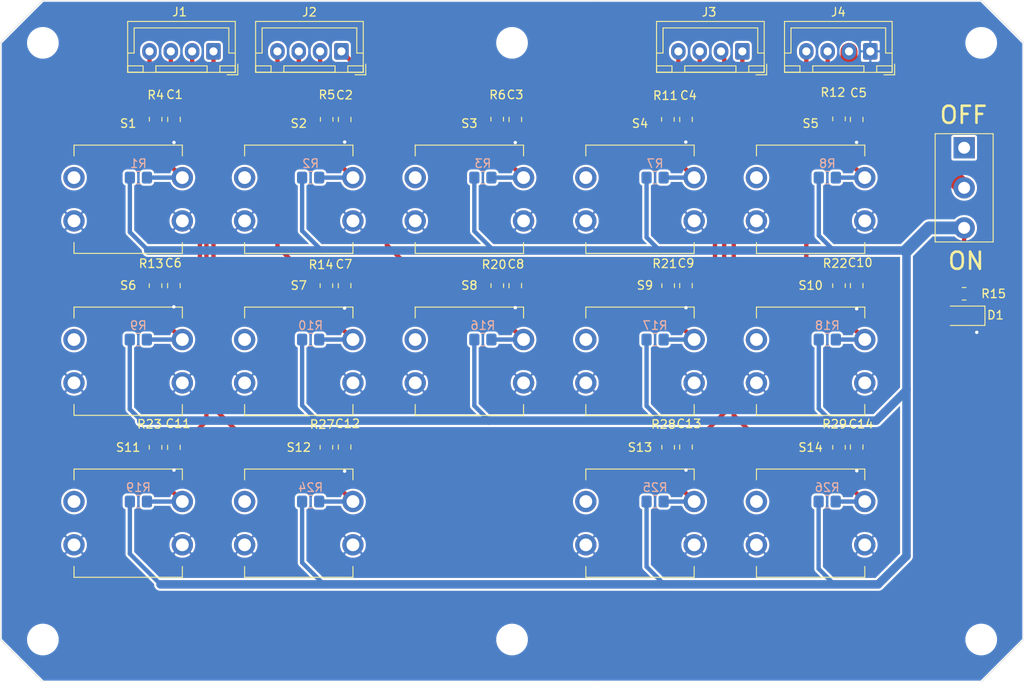
<source format=kicad_pcb>
(kicad_pcb (version 20171130) (host pcbnew "(5.1.8)-1")
  (layers (0 F.Cu signal) (31 B.Cu signal) (34 B.Paste user) (35 F.Paste user) (36 B.SilkS user) (37 F.SilkS user) (38 B.Mask user) (39 F.Mask user) (44 Edge.Cuts user))
  (net 0 "")
  (net 1 GND)
  (net 2 /D13)
  (net 3 "Net-(D1-Pad2)")
  (net 4 /D12)
  (net 5 /D11)
  (net 6 /D10)
  (net 7 /D9)
  (net 8 /D6)
  (net 9 /D5)
  (net 10 /D2)
  (net 11 /A5)
  (net 12 /A4)
  (net 13 /A3)
  (net 14 /A2)
  (net 15 /A1)
  (net 16 /A0)
  (net 17 "Net-(J4-Pad2)")
  (net 18 +3V3)
  (net 19 "Net-(R1-Pad1)")
  (net 20 "Net-(R2-Pad1)")
  (net 21 "Net-(R3-Pad1)")
  (net 22 "Net-(R11-Pad2)")
  (net 23 "Net-(R12-Pad2)")
  (net 24 "Net-(R13-Pad2)")
  (net 25 "Net-(R10-Pad1)")
  (net 26 "Net-(R16-Pad1)")
  (net 27 "Net-(R17-Pad1)")
  (net 28 "Net-(R18-Pad1)")
  (net 29 "Net-(R19-Pad1)")
  (net 30 "Net-(R24-Pad1)")
  (net 31 "Net-(R25-Pad1)")
  (net 32 "Net-(R26-Pad1)")
  (module Mylib:TWTADE_12mmx12mm_tactile_switch (layer F.Cu) (at 130 77)
    (fp_text reference S2 (at 0 -2.54) (layer F.SilkS))
    (fp_text value 1825910-6)
    (pad 4 thru_hole circle (at 6.35 8.89) (size 2.5 2.5) (drill 1.5) (layers *.Cu *.Mask) (net 1 GND))
    (pad 2 thru_hole circle (at 6.35 3.81) (size 2.5 2.5) (drill 1.5) (layers *.Cu *.Mask) (net 20 "Net-(R2-Pad1)"))
    (pad 3 thru_hole circle (at -6.35 8.89) (size 2.5 2.5) (drill 1.5) (layers *.Cu *.Mask) (net 1 GND))
    (pad 1 thru_hole circle (at -6.35 3.81) (size 2.5 2.5) (drill 1.5) (layers *.Cu *.Mask))
  )
  (module MountingHole:MountingHole_3.2mm_M3 (layer F.Cu) (at 155 135)
    (fp_text reference H6 hide)
    (fp_text value MountingHole)
    (pad 1 np_thru_hole circle (at 0 0) (size 3.2 3.2) (drill 3.2) (layers *.Cu *.Mask))
  )
  (module MountingHole:MountingHole_3.2mm_M3 (layer F.Cu) (at 155 65)
    (fp_text reference H5 hide)
    (fp_text value MountingHole)
    (pad 1 np_thru_hole circle (at 0 0) (size 3.2 3.2) (drill 3.2) (layers *.Cu *.Mask))
  )
  (module MountingHole:MountingHole_3.2mm_M3 (layer F.Cu) (at 210 135)
    (fp_text reference H4 hide)
    (fp_text value MountingHole)
    (pad 1 np_thru_hole circle (at 0 0) (size 3.2 3.2) (drill 3.2) (layers *.Cu *.Mask))
  )
  (module MountingHole:MountingHole_3.2mm_M3 (layer F.Cu) (at 210 65)
    (fp_text reference H3 hide)
    (fp_text value MountingHole)
    (pad 1 np_thru_hole circle (at 0 0) (size 3.2 3.2) (drill 3.2) (layers *.Cu *.Mask))
  )
  (module MountingHole:MountingHole_3.2mm_M3 (layer F.Cu) (at 100 135)
    (fp_text reference H2 hide)
    (fp_text value MountingHole)
    (pad 1 np_thru_hole circle (at 0 0) (size 3.2 3.2) (drill 3.2) (layers *.Cu *.Mask))
  )
  (module MountingHole:MountingHole_3.2mm_M3 (layer F.Cu) (at 100 65)
    (fp_text reference H1 hide)
    (fp_text value MountingHole)
    (pad 1 np_thru_hole circle (at 0 0) (size 3.2 3.2) (drill 3.2) (layers *.Cu *.Mask))
  )
  (module Mylib:CYT1107 (layer F.Cu) (at 210 82.01 270)
    (fp_text reference SW1 hide)
    (fp_text value SW_SPDT)
    (pad 3 thru_hole circle (at 4.7 2 270) (size 2.5 2.5) (drill 1.4) (layers *.Cu *.Mask) (net 18 +3V3))
    (pad 2 thru_hole circle (at 0 2 270) (size 2.5 2.5) (drill 1.4) (layers *.Cu *.Mask) (net 17 "Net-(J4-Pad2)"))
    (pad 1 thru_hole rect (at -4.7 2 270) (size 2.5 2.5) (drill 1.4) (layers *.Cu *.Mask))
  )
  (module Mylib:TWTADE_12mmx12mm_tactile_switch (layer F.Cu) (at 190 115)
    (fp_text reference S14 (at 0 -2.54) (layer F.SilkS))
    (fp_text value 1825910-6)
    (pad 4 thru_hole circle (at 6.35 8.89) (size 2.5 2.5) (drill 1.5) (layers *.Cu *.Mask) (net 1 GND))
    (pad 2 thru_hole circle (at 6.35 3.81) (size 2.5 2.5) (drill 1.5) (layers *.Cu *.Mask) (net 32 "Net-(R26-Pad1)"))
    (pad 3 thru_hole circle (at -6.35 8.89) (size 2.5 2.5) (drill 1.5) (layers *.Cu *.Mask) (net 1 GND))
    (pad 1 thru_hole circle (at -6.35 3.81) (size 2.5 2.5) (drill 1.5) (layers *.Cu *.Mask))
  )
  (module Mylib:TWTADE_12mmx12mm_tactile_switch (layer F.Cu) (at 170 115)
    (fp_text reference S13 (at 0 -2.54) (layer F.SilkS))
    (fp_text value 1825910-6)
    (pad 4 thru_hole circle (at 6.35 8.89) (size 2.5 2.5) (drill 1.5) (layers *.Cu *.Mask) (net 1 GND))
    (pad 2 thru_hole circle (at 6.35 3.81) (size 2.5 2.5) (drill 1.5) (layers *.Cu *.Mask) (net 31 "Net-(R25-Pad1)"))
    (pad 3 thru_hole circle (at -6.35 8.89) (size 2.5 2.5) (drill 1.5) (layers *.Cu *.Mask) (net 1 GND))
    (pad 1 thru_hole circle (at -6.35 3.81) (size 2.5 2.5) (drill 1.5) (layers *.Cu *.Mask))
  )
  (module Mylib:TWTADE_12mmx12mm_tactile_switch (layer F.Cu) (at 130 115)
    (fp_text reference S12 (at 0 -2.54) (layer F.SilkS))
    (fp_text value 1825910-6)
    (pad 4 thru_hole circle (at 6.35 8.89) (size 2.5 2.5) (drill 1.5) (layers *.Cu *.Mask) (net 1 GND))
    (pad 2 thru_hole circle (at 6.35 3.81) (size 2.5 2.5) (drill 1.5) (layers *.Cu *.Mask) (net 30 "Net-(R24-Pad1)"))
    (pad 3 thru_hole circle (at -6.35 8.89) (size 2.5 2.5) (drill 1.5) (layers *.Cu *.Mask) (net 1 GND))
    (pad 1 thru_hole circle (at -6.35 3.81) (size 2.5 2.5) (drill 1.5) (layers *.Cu *.Mask))
  )
  (module Mylib:TWTADE_12mmx12mm_tactile_switch (layer F.Cu) (at 110 115)
    (fp_text reference S11 (at 0 -2.54) (layer F.SilkS))
    (fp_text value 1825910-6)
    (pad 4 thru_hole circle (at 6.35 8.89) (size 2.5 2.5) (drill 1.5) (layers *.Cu *.Mask) (net 1 GND))
    (pad 2 thru_hole circle (at 6.35 3.81) (size 2.5 2.5) (drill 1.5) (layers *.Cu *.Mask) (net 29 "Net-(R19-Pad1)"))
    (pad 3 thru_hole circle (at -6.35 8.89) (size 2.5 2.5) (drill 1.5) (layers *.Cu *.Mask) (net 1 GND))
    (pad 1 thru_hole circle (at -6.35 3.81) (size 2.5 2.5) (drill 1.5) (layers *.Cu *.Mask))
  )
  (module Mylib:TWTADE_12mmx12mm_tactile_switch (layer F.Cu) (at 190 96)
    (fp_text reference S10 (at 0 -2.54) (layer F.SilkS))
    (fp_text value 1825910-6)
    (pad 4 thru_hole circle (at 6.35 8.89) (size 2.5 2.5) (drill 1.5) (layers *.Cu *.Mask) (net 1 GND))
    (pad 2 thru_hole circle (at 6.35 3.81) (size 2.5 2.5) (drill 1.5) (layers *.Cu *.Mask) (net 28 "Net-(R18-Pad1)"))
    (pad 3 thru_hole circle (at -6.35 8.89) (size 2.5 2.5) (drill 1.5) (layers *.Cu *.Mask) (net 1 GND))
    (pad 1 thru_hole circle (at -6.35 3.81) (size 2.5 2.5) (drill 1.5) (layers *.Cu *.Mask))
  )
  (module Mylib:TWTADE_12mmx12mm_tactile_switch (layer F.Cu) (at 170 96)
    (fp_text reference S9 (at 0.58 -2.55) (layer F.SilkS))
    (fp_text value 1825910-6)
    (pad 4 thru_hole circle (at 6.35 8.89) (size 2.5 2.5) (drill 1.5) (layers *.Cu *.Mask) (net 1 GND))
    (pad 2 thru_hole circle (at 6.35 3.81) (size 2.5 2.5) (drill 1.5) (layers *.Cu *.Mask) (net 27 "Net-(R17-Pad1)"))
    (pad 3 thru_hole circle (at -6.35 8.89) (size 2.5 2.5) (drill 1.5) (layers *.Cu *.Mask) (net 1 GND))
    (pad 1 thru_hole circle (at -6.35 3.81) (size 2.5 2.5) (drill 1.5) (layers *.Cu *.Mask))
  )
  (module Mylib:TWTADE_12mmx12mm_tactile_switch (layer F.Cu) (at 150 96)
    (fp_text reference S8 (at 0 -2.54) (layer F.SilkS))
    (fp_text value 1825910-6)
    (pad 4 thru_hole circle (at 6.35 8.89) (size 2.5 2.5) (drill 1.5) (layers *.Cu *.Mask) (net 1 GND))
    (pad 2 thru_hole circle (at 6.35 3.81) (size 2.5 2.5) (drill 1.5) (layers *.Cu *.Mask) (net 26 "Net-(R16-Pad1)"))
    (pad 3 thru_hole circle (at -6.35 8.89) (size 2.5 2.5) (drill 1.5) (layers *.Cu *.Mask) (net 1 GND))
    (pad 1 thru_hole circle (at -6.35 3.81) (size 2.5 2.5) (drill 1.5) (layers *.Cu *.Mask))
  )
  (module Mylib:TWTADE_12mmx12mm_tactile_switch (layer F.Cu) (at 130 96)
    (fp_text reference S7 (at 0 -2.54) (layer F.SilkS))
    (fp_text value 1825910-6)
    (pad 4 thru_hole circle (at 6.35 8.89) (size 2.5 2.5) (drill 1.5) (layers *.Cu *.Mask) (net 1 GND))
    (pad 2 thru_hole circle (at 6.35 3.81) (size 2.5 2.5) (drill 1.5) (layers *.Cu *.Mask) (net 25 "Net-(R10-Pad1)"))
    (pad 3 thru_hole circle (at -6.35 8.89) (size 2.5 2.5) (drill 1.5) (layers *.Cu *.Mask) (net 1 GND))
    (pad 1 thru_hole circle (at -6.35 3.81) (size 2.5 2.5) (drill 1.5) (layers *.Cu *.Mask))
  )
  (module Mylib:TWTADE_12mmx12mm_tactile_switch (layer F.Cu) (at 110 96)
    (fp_text reference S6 (at 0 -2.54) (layer F.SilkS))
    (fp_text value 1825910-6)
    (pad 4 thru_hole circle (at 6.35 8.89) (size 2.5 2.5) (drill 1.5) (layers *.Cu *.Mask) (net 1 GND))
    (pad 2 thru_hole circle (at 6.35 3.81) (size 2.5 2.5) (drill 1.5) (layers *.Cu *.Mask) (net 24 "Net-(R13-Pad2)"))
    (pad 3 thru_hole circle (at -6.35 8.89) (size 2.5 2.5) (drill 1.5) (layers *.Cu *.Mask) (net 1 GND))
    (pad 1 thru_hole circle (at -6.35 3.81) (size 2.5 2.5) (drill 1.5) (layers *.Cu *.Mask))
  )
  (module Mylib:TWTADE_12mmx12mm_tactile_switch (layer F.Cu) (at 190 77)
    (fp_text reference S5 (at 0 -2.54) (layer F.SilkS))
    (fp_text value 1825910-6)
    (pad 4 thru_hole circle (at 6.35 8.89) (size 2.5 2.5) (drill 1.5) (layers *.Cu *.Mask) (net 1 GND))
    (pad 2 thru_hole circle (at 6.35 3.81) (size 2.5 2.5) (drill 1.5) (layers *.Cu *.Mask) (net 23 "Net-(R12-Pad2)"))
    (pad 3 thru_hole circle (at -6.35 8.89) (size 2.5 2.5) (drill 1.5) (layers *.Cu *.Mask) (net 1 GND))
    (pad 1 thru_hole circle (at -6.35 3.81) (size 2.5 2.5) (drill 1.5) (layers *.Cu *.Mask))
  )
  (module Mylib:TWTADE_12mmx12mm_tactile_switch (layer F.Cu) (at 170 77)
    (fp_text reference S4 (at 0 -2.54) (layer F.SilkS))
    (fp_text value 1825910-6)
    (pad 4 thru_hole circle (at 6.35 8.89) (size 2.5 2.5) (drill 1.5) (layers *.Cu *.Mask) (net 1 GND))
    (pad 2 thru_hole circle (at 6.35 3.81) (size 2.5 2.5) (drill 1.5) (layers *.Cu *.Mask) (net 22 "Net-(R11-Pad2)"))
    (pad 3 thru_hole circle (at -6.35 8.89) (size 2.5 2.5) (drill 1.5) (layers *.Cu *.Mask) (net 1 GND))
    (pad 1 thru_hole circle (at -6.35 3.81) (size 2.5 2.5) (drill 1.5) (layers *.Cu *.Mask))
  )
  (module Mylib:TWTADE_12mmx12mm_tactile_switch (layer F.Cu) (at 150 77)
    (fp_text reference S3 (at 0 -2.54) (layer F.SilkS))
    (fp_text value 1825910-6)
    (pad 4 thru_hole circle (at 6.35 8.89) (size 2.5 2.5) (drill 1.5) (layers *.Cu *.Mask) (net 1 GND))
    (pad 2 thru_hole circle (at 6.35 3.81) (size 2.5 2.5) (drill 1.5) (layers *.Cu *.Mask) (net 21 "Net-(R3-Pad1)"))
    (pad 3 thru_hole circle (at -6.35 8.89) (size 2.5 2.5) (drill 1.5) (layers *.Cu *.Mask) (net 1 GND))
    (pad 1 thru_hole circle (at -6.35 3.81) (size 2.5 2.5) (drill 1.5) (layers *.Cu *.Mask))
  )
  (module Mylib:TWTADE_12mmx12mm_tactile_switch (layer F.Cu) (at 110 77)
    (fp_text reference S1 (at 0 -2.54) (layer F.SilkS))
    (fp_text value 1825910-6)
    (pad 4 thru_hole circle (at 6.35 8.89) (size 2.5 2.5) (drill 1.5) (layers *.Cu *.Mask) (net 1 GND))
    (pad 2 thru_hole circle (at 6.35 3.81) (size 2.5 2.5) (drill 1.5) (layers *.Cu *.Mask) (net 19 "Net-(R1-Pad1)"))
    (pad 3 thru_hole circle (at -6.35 8.89) (size 2.5 2.5) (drill 1.5) (layers *.Cu *.Mask) (net 1 GND))
    (pad 1 thru_hole circle (at -6.35 3.81) (size 2.5 2.5) (drill 1.5) (layers *.Cu *.Mask))
  )
  (module Resistor_SMD:R_0805_2012Metric_Pad1.20x1.40mm_HandSolder (layer F.Cu) (at 193.33 112.45 270)
    (fp_text reference R29 (at -2.72 0.52 180) (layer F.SilkS))
    (fp_text value 10k)
    (pad 2 smd roundrect (at 1 0 270) (size 1.2 1.4) (layers F.Cu F.Paste F.Mask) (roundrect_rratio 0.2083325) (net 32 "Net-(R26-Pad1)"))
    (pad 1 smd roundrect (at -1 0 270) (size 1.2 1.4) (layers F.Cu F.Paste F.Mask) (roundrect_rratio 0.2083325) (net 14 /A2))
  )
  (module Resistor_SMD:R_0805_2012Metric_Pad1.20x1.40mm_HandSolder (layer F.Cu) (at 173.3 112.45 270)
    (fp_text reference R28 (at -2.69 0.54 180) (layer F.SilkS))
    (fp_text value 10k)
    (pad 2 smd roundrect (at 1 0 270) (size 1.2 1.4) (layers F.Cu F.Paste F.Mask) (roundrect_rratio 0.2083325) (net 31 "Net-(R25-Pad1)"))
    (pad 1 smd roundrect (at -1 0 270) (size 1.2 1.4) (layers F.Cu F.Paste F.Mask) (roundrect_rratio 0.2083325) (net 13 /A3))
  )
  (module Resistor_SMD:R_0805_2012Metric_Pad1.20x1.40mm_HandSolder (layer F.Cu) (at 133.24 112.45 270)
    (fp_text reference R27 (at -2.68 0.49 180) (layer F.SilkS))
    (fp_text value 10k)
    (pad 2 smd roundrect (at 1 0 270) (size 1.2 1.4) (layers F.Cu F.Paste F.Mask) (roundrect_rratio 0.2083325) (net 30 "Net-(R24-Pad1)"))
    (pad 1 smd roundrect (at -1 0 270) (size 1.2 1.4) (layers F.Cu F.Paste F.Mask) (roundrect_rratio 0.2083325) (net 6 /D10))
  )
  (module Resistor_SMD:R_0805_2012Metric_Pad1.20x1.40mm_HandSolder (layer B.Cu) (at 191.94 118.81 180)
    (fp_text reference R26 (at 0 1.65) (layer B.SilkS) (effects (justify mirror)))
    (fp_text value 10k)
    (pad 2 smd roundrect (at 1 0 180) (size 1.2 1.4) (layers B.Cu B.Paste B.Mask) (roundrect_rratio 0.2083325) (net 18 +3V3))
    (pad 1 smd roundrect (at -1 0 180) (size 1.2 1.4) (layers B.Cu B.Paste B.Mask) (roundrect_rratio 0.2083325) (net 32 "Net-(R26-Pad1)"))
  )
  (module Resistor_SMD:R_0805_2012Metric_Pad1.20x1.40mm_HandSolder (layer B.Cu) (at 171.77 118.81 180)
    (fp_text reference R25 (at 0 1.65) (layer B.SilkS) (effects (justify mirror)))
    (fp_text value 10k)
    (pad 2 smd roundrect (at 1 0 180) (size 1.2 1.4) (layers B.Cu B.Paste B.Mask) (roundrect_rratio 0.2083325) (net 18 +3V3))
    (pad 1 smd roundrect (at -1 0 180) (size 1.2 1.4) (layers B.Cu B.Paste B.Mask) (roundrect_rratio 0.2083325) (net 31 "Net-(R25-Pad1)"))
  )
  (module Resistor_SMD:R_0805_2012Metric_Pad1.20x1.40mm_HandSolder (layer B.Cu) (at 131.39 118.81 180)
    (fp_text reference R24 (at 0 1.65) (layer B.SilkS) (effects (justify mirror)))
    (fp_text value 10k)
    (pad 2 smd roundrect (at 1 0 180) (size 1.2 1.4) (layers B.Cu B.Paste B.Mask) (roundrect_rratio 0.2083325) (net 18 +3V3))
    (pad 1 smd roundrect (at -1 0 180) (size 1.2 1.4) (layers B.Cu B.Paste B.Mask) (roundrect_rratio 0.2083325) (net 30 "Net-(R24-Pad1)"))
  )
  (module Resistor_SMD:R_0805_2012Metric_Pad1.20x1.40mm_HandSolder (layer F.Cu) (at 113.21 112.45 270)
    (fp_text reference R23 (at -2.71 0.71 180) (layer F.SilkS))
    (fp_text value 10k)
    (pad 2 smd roundrect (at 1 0 270) (size 1.2 1.4) (layers F.Cu F.Paste F.Mask) (roundrect_rratio 0.2083325) (net 29 "Net-(R19-Pad1)"))
    (pad 1 smd roundrect (at -1 0 270) (size 1.2 1.4) (layers F.Cu F.Paste F.Mask) (roundrect_rratio 0.2083325) (net 5 /D11))
  )
  (module Resistor_SMD:R_0805_2012Metric_Pad1.20x1.40mm_HandSolder (layer F.Cu) (at 193.33 93.48 270)
    (fp_text reference R22 (at -2.6 0.45 180) (layer F.SilkS))
    (fp_text value 10k)
    (pad 2 smd roundrect (at 1 0 270) (size 1.2 1.4) (layers F.Cu F.Paste F.Mask) (roundrect_rratio 0.2083325) (net 28 "Net-(R18-Pad1)"))
    (pad 1 smd roundrect (at -1 0 270) (size 1.2 1.4) (layers F.Cu F.Paste F.Mask) (roundrect_rratio 0.2083325) (net 15 /A1))
  )
  (module Resistor_SMD:R_0805_2012Metric_Pad1.20x1.40mm_HandSolder (layer F.Cu) (at 173.3 93.48 270)
    (fp_text reference R21 (at -2.57 0.4 180) (layer F.SilkS))
    (fp_text value 10k)
    (pad 2 smd roundrect (at 1 0 270) (size 1.2 1.4) (layers F.Cu F.Paste F.Mask) (roundrect_rratio 0.2083325) (net 27 "Net-(R17-Pad1)"))
    (pad 1 smd roundrect (at -1 0 270) (size 1.2 1.4) (layers F.Cu F.Paste F.Mask) (roundrect_rratio 0.2083325) (net 12 /A4))
  )
  (module Resistor_SMD:R_0805_2012Metric_Pad1.20x1.40mm_HandSolder (layer F.Cu) (at 153.27 93.48 270)
    (fp_text reference R20 (at -2.47 0.37 180) (layer F.SilkS))
    (fp_text value 10k)
    (pad 2 smd roundrect (at 1 0 270) (size 1.2 1.4) (layers F.Cu F.Paste F.Mask) (roundrect_rratio 0.2083325) (net 26 "Net-(R16-Pad1)"))
    (pad 1 smd roundrect (at -1 0 270) (size 1.2 1.4) (layers F.Cu F.Paste F.Mask) (roundrect_rratio 0.2083325) (net 9 /D5))
  )
  (module Resistor_SMD:R_0805_2012Metric_Pad1.20x1.40mm_HandSolder (layer B.Cu) (at 111.2 118.81 180)
    (fp_text reference R19 (at 0 1.65) (layer B.SilkS) (effects (justify mirror)))
    (fp_text value 10k)
    (pad 2 smd roundrect (at 1 0 180) (size 1.2 1.4) (layers B.Cu B.Paste B.Mask) (roundrect_rratio 0.2083325) (net 18 +3V3))
    (pad 1 smd roundrect (at -1 0 180) (size 1.2 1.4) (layers B.Cu B.Paste B.Mask) (roundrect_rratio 0.2083325) (net 29 "Net-(R19-Pad1)"))
  )
  (module Resistor_SMD:R_0805_2012Metric_Pad1.20x1.40mm_HandSolder (layer B.Cu) (at 191.96 99.81 180)
    (fp_text reference R18 (at 0 1.65) (layer B.SilkS) (effects (justify mirror)))
    (fp_text value 10k)
    (pad 2 smd roundrect (at 1 0 180) (size 1.2 1.4) (layers B.Cu B.Paste B.Mask) (roundrect_rratio 0.2083325) (net 18 +3V3))
    (pad 1 smd roundrect (at -1 0 180) (size 1.2 1.4) (layers B.Cu B.Paste B.Mask) (roundrect_rratio 0.2083325) (net 28 "Net-(R18-Pad1)"))
  )
  (module Resistor_SMD:R_0805_2012Metric_Pad1.20x1.40mm_HandSolder (layer B.Cu) (at 171.77 99.81 180)
    (fp_text reference R17 (at 0 1.65) (layer B.SilkS) (effects (justify mirror)))
    (fp_text value 10k)
    (pad 2 smd roundrect (at 1 0 180) (size 1.2 1.4) (layers B.Cu B.Paste B.Mask) (roundrect_rratio 0.2083325) (net 18 +3V3))
    (pad 1 smd roundrect (at -1 0 180) (size 1.2 1.4) (layers B.Cu B.Paste B.Mask) (roundrect_rratio 0.2083325) (net 27 "Net-(R17-Pad1)"))
  )
  (module Resistor_SMD:R_0805_2012Metric_Pad1.20x1.40mm_HandSolder (layer B.Cu) (at 151.58 99.81 180)
    (fp_text reference R16 (at 0 1.65) (layer B.SilkS) (effects (justify mirror)))
    (fp_text value 10k)
    (pad 2 smd roundrect (at 1 0 180) (size 1.2 1.4) (layers B.Cu B.Paste B.Mask) (roundrect_rratio 0.2083325) (net 18 +3V3))
    (pad 1 smd roundrect (at -1 0 180) (size 1.2 1.4) (layers B.Cu B.Paste B.Mask) (roundrect_rratio 0.2083325) (net 26 "Net-(R16-Pad1)"))
  )
  (module Resistor_SMD:R_0805_2012Metric_Pad1.20x1.40mm_HandSolder (layer F.Cu) (at 208 94.44 180)
    (fp_text reference R15 (at -3.45 0) (layer F.SilkS))
    (fp_text value 10k)
    (pad 2 smd roundrect (at 1 0 180) (size 1.2 1.4) (layers F.Cu F.Paste F.Mask) (roundrect_rratio 0.2083325) (net 3 "Net-(D1-Pad2)"))
    (pad 1 smd roundrect (at -1 0 180) (size 1.2 1.4) (layers F.Cu F.Paste F.Mask) (roundrect_rratio 0.2083325) (net 18 +3V3))
  )
  (module Resistor_SMD:R_0805_2012Metric_Pad1.20x1.40mm_HandSolder (layer F.Cu) (at 133.24 93.48 270)
    (fp_text reference R14 (at -2.45 0.63 180) (layer F.SilkS))
    (fp_text value 10k)
    (pad 2 smd roundrect (at 1 0 270) (size 1.2 1.4) (layers F.Cu F.Paste F.Mask) (roundrect_rratio 0.2083325) (net 25 "Net-(R10-Pad1)"))
    (pad 1 smd roundrect (at -1 0 270) (size 1.2 1.4) (layers F.Cu F.Paste F.Mask) (roundrect_rratio 0.2083325) (net 7 /D9))
  )
  (module Resistor_SMD:R_0805_2012Metric_Pad1.20x1.40mm_HandSolder (layer F.Cu) (at 113.21 93.48 270)
    (fp_text reference R13 (at -2.58 0.51 180) (layer F.SilkS))
    (fp_text value 10k)
    (pad 2 smd roundrect (at 1 0 270) (size 1.2 1.4) (layers F.Cu F.Paste F.Mask) (roundrect_rratio 0.2083325) (net 24 "Net-(R13-Pad2)"))
    (pad 1 smd roundrect (at -1 0 270) (size 1.2 1.4) (layers F.Cu F.Paste F.Mask) (roundrect_rratio 0.2083325) (net 4 /D12))
  )
  (module Resistor_SMD:R_0805_2012Metric_Pad1.20x1.40mm_HandSolder (layer F.Cu) (at 193.33 73.92 270)
    (fp_text reference R12 (at -3.1 0.71 180) (layer F.SilkS))
    (fp_text value 10k)
    (pad 2 smd roundrect (at 1 0 270) (size 1.2 1.4) (layers F.Cu F.Paste F.Mask) (roundrect_rratio 0.2083325) (net 23 "Net-(R12-Pad2)"))
    (pad 1 smd roundrect (at -1 0 270) (size 1.2 1.4) (layers F.Cu F.Paste F.Mask) (roundrect_rratio 0.2083325) (net 16 /A0))
  )
  (module Resistor_SMD:R_0805_2012Metric_Pad1.20x1.40mm_HandSolder (layer F.Cu) (at 173.27 73.98 270)
    (fp_text reference R11 (at -2.79 0.29 180) (layer F.SilkS))
    (fp_text value 10k)
    (pad 2 smd roundrect (at 1 0 270) (size 1.2 1.4) (layers F.Cu F.Paste F.Mask) (roundrect_rratio 0.2083325) (net 22 "Net-(R11-Pad2)"))
    (pad 1 smd roundrect (at -1 0 270) (size 1.2 1.4) (layers F.Cu F.Paste F.Mask) (roundrect_rratio 0.2083325) (net 11 /A5))
  )
  (module Resistor_SMD:R_0805_2012Metric_Pad1.20x1.40mm_HandSolder (layer B.Cu) (at 131.39 99.81 180)
    (fp_text reference R10 (at 0 1.65) (layer B.SilkS) (effects (justify mirror)))
    (fp_text value 10k)
    (pad 2 smd roundrect (at 1 0 180) (size 1.2 1.4) (layers B.Cu B.Paste B.Mask) (roundrect_rratio 0.2083325) (net 18 +3V3))
    (pad 1 smd roundrect (at -1 0 180) (size 1.2 1.4) (layers B.Cu B.Paste B.Mask) (roundrect_rratio 0.2083325) (net 25 "Net-(R10-Pad1)"))
  )
  (module Resistor_SMD:R_0805_2012Metric_Pad1.20x1.40mm_HandSolder (layer B.Cu) (at 111.19 99.81 180)
    (fp_text reference R9 (at 0 1.65) (layer B.SilkS) (effects (justify mirror)))
    (fp_text value 10k)
    (pad 2 smd roundrect (at 1 0 180) (size 1.2 1.4) (layers B.Cu B.Paste B.Mask) (roundrect_rratio 0.2083325) (net 18 +3V3))
    (pad 1 smd roundrect (at -1 0 180) (size 1.2 1.4) (layers B.Cu B.Paste B.Mask) (roundrect_rratio 0.2083325) (net 24 "Net-(R13-Pad2)"))
  )
  (module Resistor_SMD:R_0805_2012Metric_Pad1.20x1.40mm_HandSolder (layer B.Cu) (at 191.96 80.81 180)
    (fp_text reference R8 (at 0 1.65) (layer B.SilkS) (effects (justify mirror)))
    (fp_text value 10k)
    (pad 2 smd roundrect (at 1 0 180) (size 1.2 1.4) (layers B.Cu B.Paste B.Mask) (roundrect_rratio 0.2083325) (net 18 +3V3))
    (pad 1 smd roundrect (at -1 0 180) (size 1.2 1.4) (layers B.Cu B.Paste B.Mask) (roundrect_rratio 0.2083325) (net 23 "Net-(R12-Pad2)"))
  )
  (module Resistor_SMD:R_0805_2012Metric_Pad1.20x1.40mm_HandSolder (layer B.Cu) (at 171.77 80.81 180)
    (fp_text reference R7 (at 0 1.65) (layer B.SilkS) (effects (justify mirror)))
    (fp_text value 10k)
    (pad 2 smd roundrect (at 1 0 180) (size 1.2 1.4) (layers B.Cu B.Paste B.Mask) (roundrect_rratio 0.2083325) (net 18 +3V3))
    (pad 1 smd roundrect (at -1 0 180) (size 1.2 1.4) (layers B.Cu B.Paste B.Mask) (roundrect_rratio 0.2083325) (net 22 "Net-(R11-Pad2)"))
  )
  (module Resistor_SMD:R_0805_2012Metric_Pad1.20x1.40mm_HandSolder (layer F.Cu) (at 153.26 73.95 270)
    (fp_text reference R6 (at -2.84 -0.05 180) (layer F.SilkS))
    (fp_text value 10k)
    (pad 2 smd roundrect (at 1 0 270) (size 1.2 1.4) (layers F.Cu F.Paste F.Mask) (roundrect_rratio 0.2083325) (net 21 "Net-(R3-Pad1)"))
    (pad 1 smd roundrect (at -1 0 270) (size 1.2 1.4) (layers F.Cu F.Paste F.Mask) (roundrect_rratio 0.2083325) (net 10 /D2))
  )
  (module Resistor_SMD:R_0805_2012Metric_Pad1.20x1.40mm_HandSolder (layer F.Cu) (at 133.27 73.98 270)
    (fp_text reference R5 (at -2.88 -0.03 180) (layer F.SilkS))
    (fp_text value 10k)
    (pad 2 smd roundrect (at 1 0 270) (size 1.2 1.4) (layers F.Cu F.Paste F.Mask) (roundrect_rratio 0.2083325) (net 20 "Net-(R2-Pad1)"))
    (pad 1 smd roundrect (at -1 0 270) (size 1.2 1.4) (layers F.Cu F.Paste F.Mask) (roundrect_rratio 0.2083325) (net 8 /D6))
  )
  (module Resistor_SMD:R_0805_2012Metric_Pad1.20x1.40mm_HandSolder (layer F.Cu) (at 113.22 73.96 270)
    (fp_text reference R4 (at -2.83 -0.01 180) (layer F.SilkS))
    (fp_text value 10k)
    (pad 2 smd roundrect (at 1 0 270) (size 1.2 1.4) (layers F.Cu F.Paste F.Mask) (roundrect_rratio 0.2083325) (net 19 "Net-(R1-Pad1)"))
    (pad 1 smd roundrect (at -1 0 270) (size 1.2 1.4) (layers F.Cu F.Paste F.Mask) (roundrect_rratio 0.2083325) (net 2 /D13))
  )
  (module Resistor_SMD:R_0805_2012Metric_Pad1.20x1.40mm_HandSolder (layer B.Cu) (at 151.58 80.81 180)
    (fp_text reference R3 (at 0 1.65) (layer B.SilkS) (effects (justify mirror)))
    (fp_text value 10k)
    (pad 2 smd roundrect (at 1 0 180) (size 1.2 1.4) (layers B.Cu B.Paste B.Mask) (roundrect_rratio 0.2083325) (net 18 +3V3))
    (pad 1 smd roundrect (at -1 0 180) (size 1.2 1.4) (layers B.Cu B.Paste B.Mask) (roundrect_rratio 0.2083325) (net 21 "Net-(R3-Pad1)"))
  )
  (module Resistor_SMD:R_0805_2012Metric_Pad1.20x1.40mm_HandSolder (layer B.Cu) (at 131.39 80.81 180)
    (fp_text reference R2 (at 0 1.65) (layer B.SilkS) (effects (justify mirror)))
    (fp_text value 10k)
    (pad 2 smd roundrect (at 1 0 180) (size 1.2 1.4) (layers B.Cu B.Paste B.Mask) (roundrect_rratio 0.2083325) (net 18 +3V3))
    (pad 1 smd roundrect (at -1 0 180) (size 1.2 1.4) (layers B.Cu B.Paste B.Mask) (roundrect_rratio 0.2083325) (net 20 "Net-(R2-Pad1)"))
  )
  (module Resistor_SMD:R_0805_2012Metric_Pad1.20x1.40mm_HandSolder (layer B.Cu) (at 111.2 80.81 180)
    (fp_text reference R1 (at 0 1.65) (layer B.SilkS) (effects (justify mirror)))
    (fp_text value 10k)
    (pad 2 smd roundrect (at 1 0 180) (size 1.2 1.4) (layers B.Cu B.Paste B.Mask) (roundrect_rratio 0.2083325) (net 18 +3V3))
    (pad 1 smd roundrect (at -1 0 180) (size 1.2 1.4) (layers B.Cu B.Paste B.Mask) (roundrect_rratio 0.2083325) (net 19 "Net-(R1-Pad1)"))
  )
  (module Connector_JST:JST_XH_B4B-XH-A_1x04_P2.50mm_Vertical (layer F.Cu) (at 197 66 180)
    (fp_text reference J4 (at 3.75 4.6) (layer F.SilkS))
    (fp_text value JST_SH_4_pin_male)
    (pad 4 thru_hole oval (at 7.5 0 180) (size 1.7 1.95) (drill 0.95) (layers *.Cu *.Mask) (net 15 /A1))
    (pad 3 thru_hole oval (at 5 0 180) (size 1.7 1.95) (drill 0.95) (layers *.Cu *.Mask) (net 16 /A0))
    (pad 2 thru_hole oval (at 2.5 0 180) (size 1.7 1.95) (drill 0.95) (layers *.Cu *.Mask) (net 17 "Net-(J4-Pad2)"))
    (pad 1 thru_hole roundrect (at 0 0 180) (size 1.7 1.95) (drill 0.95) (layers *.Cu *.Mask) (roundrect_rratio 0.1470588235294118) (net 1 GND))
  )
  (module Connector_JST:JST_XH_B4B-XH-A_1x04_P2.50mm_Vertical (layer F.Cu) (at 182 66 180)
    (fp_text reference J3 (at 3.9 4.6) (layer F.SilkS))
    (fp_text value JST_SH_4_pin_male)
    (pad 4 thru_hole oval (at 7.5 0 180) (size 1.7 1.95) (drill 0.95) (layers *.Cu *.Mask) (net 11 /A5))
    (pad 3 thru_hole oval (at 5 0 180) (size 1.7 1.95) (drill 0.95) (layers *.Cu *.Mask) (net 12 /A4))
    (pad 2 thru_hole oval (at 2.5 0 180) (size 1.7 1.95) (drill 0.95) (layers *.Cu *.Mask) (net 13 /A3))
    (pad 1 thru_hole roundrect (at 0 0 180) (size 1.7 1.95) (drill 0.95) (layers *.Cu *.Mask) (roundrect_rratio 0.1470588235294118) (net 14 /A2))
  )
  (module Connector_JST:JST_XH_B4B-XH-A_1x04_P2.50mm_Vertical (layer F.Cu) (at 135 66 180)
    (fp_text reference J2 (at 3.75 4.6) (layer F.SilkS))
    (fp_text value JST_SH_4_pin_male)
    (pad 4 thru_hole oval (at 7.5 0 180) (size 1.7 1.95) (drill 0.95) (layers *.Cu *.Mask) (net 7 /D9))
    (pad 3 thru_hole oval (at 5 0 180) (size 1.7 1.95) (drill 0.95) (layers *.Cu *.Mask) (net 8 /D6))
    (pad 2 thru_hole oval (at 2.5 0 180) (size 1.7 1.95) (drill 0.95) (layers *.Cu *.Mask) (net 9 /D5))
    (pad 1 thru_hole roundrect (at 0 0 180) (size 1.7 1.95) (drill 0.95) (layers *.Cu *.Mask) (roundrect_rratio 0.1470588235294118) (net 10 /D2))
  )
  (module Connector_JST:JST_XH_B4B-XH-A_1x04_P2.50mm_Vertical (layer F.Cu) (at 120 66 180)
    (fp_text reference J1 (at 3.97 4.62) (layer F.SilkS))
    (fp_text value JST_SH_4_pin_male)
    (pad 4 thru_hole oval (at 7.5 0 180) (size 1.7 1.95) (drill 0.95) (layers *.Cu *.Mask) (net 2 /D13))
    (pad 3 thru_hole oval (at 5 0 180) (size 1.7 1.95) (drill 0.95) (layers *.Cu *.Mask) (net 4 /D12))
    (pad 2 thru_hole oval (at 2.5 0 180) (size 1.7 1.95) (drill 0.95) (layers *.Cu *.Mask) (net 5 /D11))
    (pad 1 thru_hole roundrect (at 0 0 180) (size 1.7 1.95) (drill 0.95) (layers *.Cu *.Mask) (roundrect_rratio 0.1470588235294118) (net 6 /D10))
  )
  (module LED_SMD:LED_1206_3216Metric_Pad1.42x1.75mm_HandSolder (layer F.Cu) (at 207.9775 97.02 180)
    (fp_text reference D1 (at -3.69 0.08) (layer F.SilkS))
    (fp_text value LED)
    (pad 2 smd roundrect (at 1.4875 0 180) (size 1.425 1.75) (layers F.Cu F.Paste F.Mask) (roundrect_rratio 0.1754385964912281) (net 3 "Net-(D1-Pad2)"))
    (pad 1 smd roundrect (at -1.4875 0 180) (size 1.425 1.75) (layers F.Cu F.Paste F.Mask) (roundrect_rratio 0.1754385964912281) (net 1 GND))
  )
  (module Capacitor_SMD:C_0805_2012Metric_Pad1.18x1.45mm_HandSolder (layer F.Cu) (at 195.4 112.42 270)
    (fp_text reference C14 (at -2.7 -0.51 180) (layer F.SilkS))
    (fp_text value 4.7uF)
    (pad 2 smd roundrect (at 1.0375 0 270) (size 1.175 1.45) (layers F.Cu F.Paste F.Mask) (roundrect_rratio 0.2127659574468085) (net 1 GND))
    (pad 1 smd roundrect (at -1.0375 0 270) (size 1.175 1.45) (layers F.Cu F.Paste F.Mask) (roundrect_rratio 0.2127659574468085) (net 14 /A2))
  )
  (module Capacitor_SMD:C_0805_2012Metric_Pad1.18x1.45mm_HandSolder (layer F.Cu) (at 175.39 112.42 270)
    (fp_text reference C13 (at -2.73 -0.35 180) (layer F.SilkS))
    (fp_text value 4.7uF)
    (pad 2 smd roundrect (at 1.0375 0 270) (size 1.175 1.45) (layers F.Cu F.Paste F.Mask) (roundrect_rratio 0.2127659574468085) (net 1 GND))
    (pad 1 smd roundrect (at -1.0375 0 270) (size 1.175 1.45) (layers F.Cu F.Paste F.Mask) (roundrect_rratio 0.2127659574468085) (net 13 /A3))
  )
  (module Capacitor_SMD:C_0805_2012Metric_Pad1.18x1.45mm_HandSolder (layer F.Cu) (at 135.37 112.42 270)
    (fp_text reference C12 (at -2.74 -0.35 180) (layer F.SilkS))
    (fp_text value 4.7uF)
    (pad 2 smd roundrect (at 1.0375 0 270) (size 1.175 1.45) (layers F.Cu F.Paste F.Mask) (roundrect_rratio 0.2127659574468085) (net 1 GND))
    (pad 1 smd roundrect (at -1.0375 0 270) (size 1.175 1.45) (layers F.Cu F.Paste F.Mask) (roundrect_rratio 0.2127659574468085) (net 6 /D10))
  )
  (module Capacitor_SMD:C_0805_2012Metric_Pad1.18x1.45mm_HandSolder (layer F.Cu) (at 115.36 112.45 270)
    (fp_text reference C11 (at -2.77 -0.49 180) (layer F.SilkS))
    (fp_text value 4.7uF)
    (pad 2 smd roundrect (at 1.0375 0 270) (size 1.175 1.45) (layers F.Cu F.Paste F.Mask) (roundrect_rratio 0.2127659574468085) (net 1 GND))
    (pad 1 smd roundrect (at -1.0375 0 270) (size 1.175 1.45) (layers F.Cu F.Paste F.Mask) (roundrect_rratio 0.2127659574468085) (net 5 /D11))
  )
  (module Capacitor_SMD:C_0805_2012Metric_Pad1.18x1.45mm_HandSolder (layer F.Cu) (at 195.4 93.48 270)
    (fp_text reference C10 (at -2.69 -0.41 180) (layer F.SilkS))
    (fp_text value 4.7uF)
    (pad 2 smd roundrect (at 1.0375 0 270) (size 1.175 1.45) (layers F.Cu F.Paste F.Mask) (roundrect_rratio 0.2127659574468085) (net 1 GND))
    (pad 1 smd roundrect (at -1.0375 0 270) (size 1.175 1.45) (layers F.Cu F.Paste F.Mask) (roundrect_rratio 0.2127659574468085) (net 15 /A1))
  )
  (module Capacitor_SMD:C_0805_2012Metric_Pad1.18x1.45mm_HandSolder (layer F.Cu) (at 175.39 93.48 270)
    (fp_text reference C9 (at -2.62 0 180) (layer F.SilkS))
    (fp_text value 4.7uF)
    (pad 2 smd roundrect (at 1.0375 0 270) (size 1.175 1.45) (layers F.Cu F.Paste F.Mask) (roundrect_rratio 0.2127659574468085) (net 1 GND))
    (pad 1 smd roundrect (at -1.0375 0 270) (size 1.175 1.45) (layers F.Cu F.Paste F.Mask) (roundrect_rratio 0.2127659574468085) (net 12 /A4))
  )
  (module Capacitor_SMD:C_0805_2012Metric_Pad1.18x1.45mm_HandSolder (layer F.Cu) (at 155.38 93.48 270)
    (fp_text reference C8 (at -2.52 -0.07 180) (layer F.SilkS))
    (fp_text value 4.7uF)
    (pad 2 smd roundrect (at 1.0375 0 270) (size 1.175 1.45) (layers F.Cu F.Paste F.Mask) (roundrect_rratio 0.2127659574468085) (net 1 GND))
    (pad 1 smd roundrect (at -1.0375 0 270) (size 1.175 1.45) (layers F.Cu F.Paste F.Mask) (roundrect_rratio 0.2127659574468085) (net 9 /D5))
  )
  (module Capacitor_SMD:C_0805_2012Metric_Pad1.18x1.45mm_HandSolder (layer F.Cu) (at 135.37 93.48 270)
    (fp_text reference C7 (at -2.52 0.07 180) (layer F.SilkS))
    (fp_text value 4.7uF)
    (pad 2 smd roundrect (at 1.0375 0 270) (size 1.175 1.45) (layers F.Cu F.Paste F.Mask) (roundrect_rratio 0.2127659574468085) (net 1 GND))
    (pad 1 smd roundrect (at -1.0375 0 270) (size 1.175 1.45) (layers F.Cu F.Paste F.Mask) (roundrect_rratio 0.2127659574468085) (net 7 /D9))
  )
  (module Capacitor_SMD:C_0805_2012Metric_Pad1.18x1.45mm_HandSolder (layer F.Cu) (at 115.36 93.48 270)
    (fp_text reference C6 (at -2.65 0.06 180) (layer F.SilkS))
    (fp_text value 4.7uF)
    (pad 2 smd roundrect (at 1.0375 0 270) (size 1.175 1.45) (layers F.Cu F.Paste F.Mask) (roundrect_rratio 0.2127659574468085) (net 1 GND))
    (pad 1 smd roundrect (at -1.0375 0 270) (size 1.175 1.45) (layers F.Cu F.Paste F.Mask) (roundrect_rratio 0.2127659574468085) (net 4 /D12))
  )
  (module Capacitor_SMD:C_0805_2012Metric_Pad1.18x1.45mm_HandSolder (layer F.Cu) (at 195.4 73.99 270)
    (fp_text reference C5 (at -3.12 -0.21 180) (layer F.SilkS))
    (fp_text value 4.7uF)
    (pad 2 smd roundrect (at 1.0375 0 270) (size 1.175 1.45) (layers F.Cu F.Paste F.Mask) (roundrect_rratio 0.2127659574468085) (net 1 GND))
    (pad 1 smd roundrect (at -1.0375 0 270) (size 1.175 1.45) (layers F.Cu F.Paste F.Mask) (roundrect_rratio 0.2127659574468085) (net 16 /A0))
  )
  (module Capacitor_SMD:C_0805_2012Metric_Pad1.18x1.45mm_HandSolder (layer F.Cu) (at 175.3925 73.99 270)
    (fp_text reference C4 (at -2.82 -0.2875 180) (layer F.SilkS))
    (fp_text value 4.7uF)
    (pad 2 smd roundrect (at 1.0375 0 270) (size 1.175 1.45) (layers F.Cu F.Paste F.Mask) (roundrect_rratio 0.2127659574468085) (net 1 GND))
    (pad 1 smd roundrect (at -1.0375 0 270) (size 1.175 1.45) (layers F.Cu F.Paste F.Mask) (roundrect_rratio 0.2127659574468085) (net 11 /A5))
  )
  (module Capacitor_SMD:C_0805_2012Metric_Pad1.18x1.45mm_HandSolder (layer F.Cu) (at 155.385 73.99 270)
    (fp_text reference C3 (at -2.9 0.025 180) (layer F.SilkS))
    (fp_text value 4.7uF)
    (pad 2 smd roundrect (at 1.0375 0 270) (size 1.175 1.45) (layers F.Cu F.Paste F.Mask) (roundrect_rratio 0.2127659574468085) (net 1 GND))
    (pad 1 smd roundrect (at -1.0375 0 270) (size 1.175 1.45) (layers F.Cu F.Paste F.Mask) (roundrect_rratio 0.2127659574468085) (net 10 /D2))
  )
  (module Capacitor_SMD:C_0805_2012Metric_Pad1.18x1.45mm_HandSolder (layer F.Cu) (at 135.3775 73.99 270)
    (fp_text reference C2 (at -2.86 0.0175 180) (layer F.SilkS))
    (fp_text value 4.7uF)
    (pad 2 smd roundrect (at 1.0375 0 270) (size 1.175 1.45) (layers F.Cu F.Paste F.Mask) (roundrect_rratio 0.2127659574468085) (net 1 GND))
    (pad 1 smd roundrect (at -1.0375 0 270) (size 1.175 1.45) (layers F.Cu F.Paste F.Mask) (roundrect_rratio 0.2127659574468085) (net 8 /D6))
  )
  (module Capacitor_SMD:C_0805_2012Metric_Pad1.18x1.45mm_HandSolder (layer F.Cu) (at 115.37 73.99 270)
    (fp_text reference C1 (at -2.92 -0.07 180) (layer F.SilkS))
    (fp_text value 4.7uF)
    (pad 2 smd roundrect (at 1.0375 0 270) (size 1.175 1.45) (layers F.Cu F.Paste F.Mask) (roundrect_rratio 0.2127659574468085) (net 1 GND))
    (pad 1 smd roundrect (at -1.0375 0 270) (size 1.175 1.45) (layers F.Cu F.Paste F.Mask) (roundrect_rratio 0.2127659574468085) (net 2 /D13))
  )
  (gr_text ON (at 208.22 90.59) (layer F.SilkS) (effects (font (size 2 2) (thickness 0.3))))
  (gr_text OFF (at 207.92 73.47) (layer F.SilkS) (effects (font (size 2 2) (thickness 0.3))))
  (gr_line (start 210 140) (end 165 140) (layer Edge.Cuts) (width 0.05))
  (gr_line (start 215 135) (end 210 140) (layer Edge.Cuts) (width 0.05))
  (gr_line (start 215 65) (end 215 135) (layer Edge.Cuts) (width 0.05))
  (gr_line (start 210 60) (end 215 65) (layer Edge.Cuts) (width 0.05))
  (gr_line (start 165 60) (end 210 60) (layer Edge.Cuts) (width 0.05))
  (gr_line (start 100 140) (end 165 140) (layer Edge.Cuts) (width 0.05))
  (gr_line (start 95 135) (end 100 140) (layer Edge.Cuts) (width 0.05))
  (gr_line (start 95 65) (end 95 135) (layer Edge.Cuts) (width 0.05))
  (gr_line (start 100 60) (end 95 65) (layer Edge.Cuts) (width 0.05))
  (gr_line (start 100 60) (end 165 60) (layer Edge.Cuts) (width 0.05))
  (via (at 115.37 76.69) (size 0.8) (drill 0.4) (layers F.Cu B.Cu) (net 1))
  (segment (start 115.37 75.0275) (end 115.37 76.69) (width 0.508) (layer F.Cu) (net 1))
  (via (at 135.38 76.64) (size 0.8) (drill 0.4) (layers F.Cu B.Cu) (net 1))
  (segment (start 135.3775 76.6375) (end 135.38 76.64) (width 0.508) (layer F.Cu) (net 1))
  (segment (start 135.3775 75.0275) (end 135.3775 76.6375) (width 0.508) (layer F.Cu) (net 1))
  (via (at 155.38 76.7) (size 0.8) (drill 0.4) (layers F.Cu B.Cu) (net 1))
  (segment (start 155.385 76.695) (end 155.38 76.7) (width 0.508) (layer F.Cu) (net 1))
  (segment (start 155.385 75.0275) (end 155.385 76.695) (width 0.508) (layer F.Cu) (net 1))
  (via (at 175.37 76.64) (size 0.8) (drill 0.4) (layers F.Cu B.Cu) (net 1))
  (segment (start 175.3925 76.6175) (end 175.37 76.64) (width 0.508) (layer F.Cu) (net 1))
  (segment (start 175.3925 75.0275) (end 175.3925 76.6175) (width 0.508) (layer F.Cu) (net 1))
  (via (at 195.39 76.68) (size 0.8) (drill 0.4) (layers F.Cu B.Cu) (net 1))
  (segment (start 195.4 76.67) (end 195.39 76.68) (width 0.508) (layer F.Cu) (net 1))
  (segment (start 195.4 75.0275) (end 195.4 76.67) (width 0.508) (layer F.Cu) (net 1))
  (via (at 115.35 95.97) (size 0.8) (drill 0.4) (layers F.Cu B.Cu) (net 1))
  (segment (start 115.36 95.96) (end 115.35 95.97) (width 0.508) (layer F.Cu) (net 1))
  (segment (start 115.36 94.5175) (end 115.36 95.96) (width 0.508) (layer F.Cu) (net 1))
  (via (at 135.37 96.12) (size 0.8) (drill 0.4) (layers F.Cu B.Cu) (net 1))
  (segment (start 135.37 94.5175) (end 135.37 96.12) (width 0.508) (layer F.Cu) (net 1))
  (via (at 155.38 96.07) (size 0.8) (drill 0.4) (layers F.Cu B.Cu) (net 1))
  (segment (start 155.38 94.5175) (end 155.38 96.07) (width 0.508) (layer F.Cu) (net 1))
  (via (at 175.39 96.08) (size 0.8) (drill 0.4) (layers F.Cu B.Cu) (net 1))
  (segment (start 175.39 94.5175) (end 175.39 96.08) (width 0.508) (layer F.Cu) (net 1))
  (via (at 195.4 96.2) (size 0.8) (drill 0.4) (layers F.Cu B.Cu) (net 1))
  (segment (start 195.4 94.5175) (end 195.4 96.2) (width 0.508) (layer F.Cu) (net 1))
  (segment (start 115.36 115.11) (end 115.37 115.12) (width 0.508) (layer F.Cu) (net 1))
  (via (at 115.37 115.12) (size 0.8) (drill 0.4) (layers F.Cu B.Cu) (net 1))
  (segment (start 115.36 113.4875) (end 115.36 115.11) (width 0.508) (layer F.Cu) (net 1))
  (via (at 135.37 115.25) (size 0.8) (drill 0.4) (layers F.Cu B.Cu) (net 1))
  (segment (start 135.37 113.4575) (end 135.37 115.25) (width 0.508) (layer F.Cu) (net 1))
  (via (at 175.39 115.12) (size 0.8) (drill 0.4) (layers F.Cu B.Cu) (net 1))
  (segment (start 175.39 113.4575) (end 175.39 115.12) (width 0.508) (layer F.Cu) (net 1))
  (via (at 195.41 115.2) (size 0.8) (drill 0.4) (layers F.Cu B.Cu) (net 1))
  (segment (start 195.4 115.19) (end 195.41 115.2) (width 0.508) (layer F.Cu) (net 1))
  (segment (start 195.4 113.4575) (end 195.4 115.19) (width 0.508) (layer F.Cu) (net 1))
  (via (at 209.48 98.96) (size 0.8) (drill 0.4) (layers F.Cu B.Cu) (net 1))
  (segment (start 209.465 98.945) (end 209.48 98.96) (width 0.508) (layer F.Cu) (net 1))
  (segment (start 209.465 97.02) (end 209.465 98.945) (width 0.508) (layer F.Cu) (net 1))
  (segment (start 113.2275 72.9525) (end 113.22 72.96) (width 0.508) (layer F.Cu) (net 2))
  (segment (start 115.37 72.9525) (end 113.2275 72.9525) (width 0.508) (layer F.Cu) (net 2))
  (segment (start 112.5 72.24) (end 113.22 72.96) (width 0.508) (layer F.Cu) (net 2))
  (segment (start 112.5 66) (end 112.5 72.24) (width 0.508) (layer F.Cu) (net 2))
  (segment (start 207 96.51) (end 206.49 97.02) (width 0.508) (layer F.Cu) (net 3))
  (segment (start 207 94.44) (end 207 96.51) (width 0.508) (layer F.Cu) (net 3))
  (segment (start 115.3225 92.48) (end 115.36 92.4425) (width 0.508) (layer F.Cu) (net 4))
  (segment (start 113.21 92.48) (end 115.3225 92.48) (width 0.508) (layer F.Cu) (net 4))
  (segment (start 115 66) (end 115 69.15) (width 0.508) (layer F.Cu) (net 4))
  (segment (start 115 69.15) (end 118.41 72.56) (width 0.508) (layer F.Cu) (net 4))
  (segment (start 118.41 72.56) (end 118.41 91.37) (width 0.508) (layer F.Cu) (net 4))
  (segment (start 117.3375 92.4425) (end 115.36 92.4425) (width 0.508) (layer F.Cu) (net 4))
  (segment (start 118.41 91.37) (end 117.3375 92.4425) (width 0.508) (layer F.Cu) (net 4))
  (segment (start 115.3225 111.45) (end 115.36 111.4125) (width 0.508) (layer F.Cu) (net 5))
  (segment (start 113.21 111.45) (end 115.3225 111.45) (width 0.508) (layer F.Cu) (net 5))
  (segment (start 119.17201 72.12201) (end 119.17201 109.36799) (width 0.508) (layer F.Cu) (net 5))
  (segment (start 117.5 70.45) (end 119.17201 72.12201) (width 0.508) (layer F.Cu) (net 5))
  (segment (start 117.5 66) (end 117.5 70.45) (width 0.508) (layer F.Cu) (net 5))
  (segment (start 117.1275 111.4125) (end 115.36 111.4125) (width 0.508) (layer F.Cu) (net 5))
  (segment (start 119.17201 109.36799) (end 117.1275 111.4125) (width 0.508) (layer F.Cu) (net 5))
  (segment (start 133.3075 111.3825) (end 133.24 111.45) (width 0.508) (layer F.Cu) (net 6))
  (segment (start 135.37 111.3825) (end 133.3075 111.3825) (width 0.508) (layer F.Cu) (net 6))
  (segment (start 120 66) (end 120 107.81) (width 0.508) (layer F.Cu) (net 6))
  (segment (start 123.64 111.45) (end 133.24 111.45) (width 0.508) (layer F.Cu) (net 6))
  (segment (start 120 107.81) (end 123.64 111.45) (width 0.508) (layer F.Cu) (net 6))
  (segment (start 133.2775 92.4425) (end 133.24 92.48) (width 0.508) (layer F.Cu) (net 7))
  (segment (start 135.37 92.4425) (end 133.2775 92.4425) (width 0.508) (layer F.Cu) (net 7))
  (segment (start 127.5 66) (end 127.5 88.9) (width 0.508) (layer F.Cu) (net 7))
  (segment (start 131.08 92.48) (end 133.24 92.48) (width 0.508) (layer F.Cu) (net 7))
  (segment (start 127.5 88.9) (end 131.08 92.48) (width 0.508) (layer F.Cu) (net 7))
  (segment (start 133.2975 72.9525) (end 133.27 72.98) (width 0.508) (layer F.Cu) (net 8))
  (segment (start 135.3775 72.9525) (end 133.2975 72.9525) (width 0.508) (layer F.Cu) (net 8))
  (segment (start 133.27 72.98) (end 131.97 72.98) (width 0.508) (layer F.Cu) (net 8))
  (segment (start 130 71.01) (end 130 66) (width 0.508) (layer F.Cu) (net 8))
  (segment (start 131.97 72.98) (end 130 71.01) (width 0.508) (layer F.Cu) (net 8))
  (segment (start 153.3075 92.4425) (end 153.27 92.48) (width 0.508) (layer F.Cu) (net 9))
  (segment (start 155.38 92.4425) (end 153.3075 92.4425) (width 0.508) (layer F.Cu) (net 9))
  (segment (start 132.5 66) (end 132.5 67.52) (width 0.508) (layer F.Cu) (net 9))
  (segment (start 132.5 67.52) (end 140.33 75.35) (width 0.508) (layer F.Cu) (net 9))
  (segment (start 140.33 75.35) (end 140.33 88.72) (width 0.508) (layer F.Cu) (net 9))
  (segment (start 144.09 92.48) (end 153.27 92.48) (width 0.508) (layer F.Cu) (net 9))
  (segment (start 140.33 88.72) (end 144.09 92.48) (width 0.508) (layer F.Cu) (net 9))
  (segment (start 153.2625 72.9525) (end 153.26 72.95) (width 0.508) (layer F.Cu) (net 10))
  (segment (start 155.385 72.9525) (end 153.2625 72.9525) (width 0.508) (layer F.Cu) (net 10))
  (segment (start 141.95 72.95) (end 135 66) (width 0.508) (layer F.Cu) (net 10))
  (segment (start 153.26 72.95) (end 141.95 72.95) (width 0.508) (layer F.Cu) (net 10))
  (segment (start 175.365 72.98) (end 175.3925 72.9525) (width 0.508) (layer F.Cu) (net 11))
  (segment (start 173.27 72.98) (end 175.365 72.98) (width 0.508) (layer F.Cu) (net 11))
  (segment (start 174.5 72.06) (end 175.3925 72.9525) (width 0.508) (layer F.Cu) (net 11))
  (segment (start 174.5 66) (end 174.5 72.06) (width 0.508) (layer F.Cu) (net 11))
  (segment (start 177 66) (end 177 77.47) (width 0.508) (layer F.Cu) (net 12))
  (segment (start 177 77.47) (end 178.79 79.26) (width 0.508) (layer F.Cu) (net 12))
  (segment (start 178.79 79.26) (end 178.79 90.9) (width 0.508) (layer F.Cu) (net 12))
  (segment (start 177.2475 92.4425) (end 175.39 92.4425) (width 0.508) (layer F.Cu) (net 12))
  (segment (start 178.79 90.9) (end 177.2475 92.4425) (width 0.508) (layer F.Cu) (net 12))
  (segment (start 175.3525 92.48) (end 175.39 92.4425) (width 0.508) (layer F.Cu) (net 12))
  (segment (start 173.3 92.48) (end 175.3525 92.48) (width 0.508) (layer F.Cu) (net 12))
  (segment (start 175.3225 111.45) (end 175.39 111.3825) (width 0.508) (layer F.Cu) (net 13))
  (segment (start 173.3 111.45) (end 175.3225 111.45) (width 0.508) (layer F.Cu) (net 13))
  (segment (start 175.39 111.3825) (end 176.9175 111.3825) (width 0.508) (layer F.Cu) (net 13))
  (segment (start 176.9175 111.3825) (end 179.87 108.43) (width 0.508) (layer F.Cu) (net 13))
  (segment (start 179.87 66.37) (end 179.5 66) (width 0.508) (layer F.Cu) (net 13))
  (segment (start 179.87 108.43) (end 179.87 66.37) (width 0.508) (layer F.Cu) (net 13))
  (segment (start 193.3975 111.3825) (end 193.33 111.45) (width 0.508) (layer F.Cu) (net 14))
  (segment (start 195.4 111.3825) (end 193.3975 111.3825) (width 0.508) (layer F.Cu) (net 14))
  (segment (start 182 66) (end 182 78.04) (width 0.508) (layer F.Cu) (net 14))
  (segment (start 182 78.04) (end 180.99 79.05) (width 0.508) (layer F.Cu) (net 14))
  (segment (start 180.99 79.05) (end 180.99 108.68) (width 0.508) (layer F.Cu) (net 14))
  (segment (start 183.76 111.45) (end 193.33 111.45) (width 0.508) (layer F.Cu) (net 14))
  (segment (start 180.99 108.68) (end 183.76 111.45) (width 0.508) (layer F.Cu) (net 14))
  (segment (start 189.5 66) (end 189.5 90.2) (width 0.508) (layer F.Cu) (net 15))
  (segment (start 191.78 92.48) (end 193.33 92.48) (width 0.508) (layer F.Cu) (net 15))
  (segment (start 189.5 90.2) (end 191.78 92.48) (width 0.508) (layer F.Cu) (net 15))
  (segment (start 193.3675 92.4425) (end 193.33 92.48) (width 0.508) (layer F.Cu) (net 15))
  (segment (start 195.4 92.4425) (end 193.3675 92.4425) (width 0.508) (layer F.Cu) (net 15))
  (segment (start 192 71.59) (end 193.33 72.92) (width 0.508) (layer F.Cu) (net 16))
  (segment (start 192 66) (end 192 71.59) (width 0.508) (layer F.Cu) (net 16))
  (segment (start 193.3625 72.9525) (end 193.33 72.92) (width 0.508) (layer F.Cu) (net 16))
  (segment (start 195.4 72.9525) (end 193.3625 72.9525) (width 0.508) (layer F.Cu) (net 16))
  (segment (start 194.5 66) (end 194.5 68.56) (width 2) (layer F.Cu) (net 17))
  (segment (start 194.5 68.56) (end 207.95 82.01) (width 2) (layer F.Cu) (net 17))
  (segment (start 207.95 82.01) (end 208 82.01) (width 2) (layer F.Cu) (net 17))
  (segment (start 208 93.44) (end 209 94.44) (width 0.508) (layer F.Cu) (net 18))
  (segment (start 208 86.71) (end 208 93.44) (width 0.508) (layer F.Cu) (net 18))
  (segment (start 208 86.71) (end 203.89 86.71) (width 1.5) (layer B.Cu) (net 18))
  (segment (start 203.89 86.71) (end 201.24 89.36) (width 1.5) (layer B.Cu) (net 18))
  (segment (start 110.2 87.21) (end 110.2 80.81) (width 0.508) (layer B.Cu) (net 18))
  (segment (start 132.7 89.36) (end 112.35 89.36) (width 1) (layer B.Cu) (net 18))
  (segment (start 112.35 89.36) (end 110.2 87.21) (width 0.508) (layer B.Cu) (net 18))
  (segment (start 130.39 87.05) (end 132.7 89.36) (width 0.508) (layer B.Cu) (net 18))
  (segment (start 130.39 80.81) (end 130.39 87.05) (width 0.508) (layer B.Cu) (net 18))
  (segment (start 150.58 87.1) (end 152.84 89.36) (width 0.508) (layer B.Cu) (net 18))
  (segment (start 150.58 80.81) (end 150.58 87.1) (width 0.508) (layer B.Cu) (net 18))
  (segment (start 152.84 89.36) (end 132.7 89.36) (width 1) (layer B.Cu) (net 18))
  (segment (start 170.77 87.82) (end 172.31 89.36) (width 0.508) (layer B.Cu) (net 18))
  (segment (start 170.77 80.81) (end 170.77 87.82) (width 0.508) (layer B.Cu) (net 18))
  (segment (start 172.31 89.36) (end 152.84 89.36) (width 1) (layer B.Cu) (net 18))
  (segment (start 190.96 87.6) (end 192.72 89.36) (width 0.508) (layer B.Cu) (net 18))
  (segment (start 190.96 80.81) (end 190.96 87.6) (width 0.508) (layer B.Cu) (net 18))
  (segment (start 192.72 89.36) (end 172.31 89.36) (width 1) (layer B.Cu) (net 18))
  (segment (start 201.24 89.36) (end 192.72 89.36) (width 1) (layer B.Cu) (net 18))
  (segment (start 110.19 107.98) (end 110.19 99.81) (width 0.508) (layer B.Cu) (net 18))
  (segment (start 111.53 109.32) (end 110.19 107.98) (width 0.508) (layer B.Cu) (net 18))
  (segment (start 190.96 107.92) (end 192.36 109.32) (width 0.508) (layer B.Cu) (net 18))
  (segment (start 190.96 99.81) (end 190.96 107.92) (width 0.508) (layer B.Cu) (net 18))
  (segment (start 197.68 109.32) (end 192.36 109.32) (width 1) (layer B.Cu) (net 18))
  (segment (start 170.77 107.6) (end 172.49 109.32) (width 0.508) (layer B.Cu) (net 18))
  (segment (start 170.77 99.81) (end 170.77 107.6) (width 0.508) (layer B.Cu) (net 18))
  (segment (start 192.36 109.32) (end 172.49 109.32) (width 1) (layer B.Cu) (net 18))
  (segment (start 150.58 99.81) (end 150.58 107.58) (width 0.508) (layer B.Cu) (net 18))
  (segment (start 150.58 107.58) (end 152.32 109.32) (width 0.508) (layer B.Cu) (net 18))
  (segment (start 172.49 109.32) (end 152.32 109.32) (width 1) (layer B.Cu) (net 18))
  (segment (start 130.39 107.54) (end 132.17 109.32) (width 0.508) (layer B.Cu) (net 18))
  (segment (start 132.17 109.32) (end 111.53 109.32) (width 1) (layer B.Cu) (net 18))
  (segment (start 130.39 99.81) (end 130.39 107.54) (width 0.508) (layer B.Cu) (net 18))
  (segment (start 152.32 109.32) (end 132.17 109.32) (width 1) (layer B.Cu) (net 18))
  (segment (start 201.24 125.21) (end 197.92 128.53) (width 1) (layer B.Cu) (net 18))
  (segment (start 110.2 124.94) (end 110.2 118.81) (width 0.508) (layer B.Cu) (net 18))
  (segment (start 113.79 128.53) (end 110.2 124.94) (width 0.508) (layer B.Cu) (net 18))
  (segment (start 130.39 125.98) (end 132.94 128.53) (width 0.508) (layer B.Cu) (net 18))
  (segment (start 130.39 118.81) (end 130.39 125.98) (width 0.508) (layer B.Cu) (net 18))
  (segment (start 132.94 128.53) (end 113.79 128.53) (width 1) (layer B.Cu) (net 18))
  (segment (start 170.77 126.46) (end 172.84 128.53) (width 0.508) (layer B.Cu) (net 18))
  (segment (start 170.77 118.81) (end 170.77 126.46) (width 0.508) (layer B.Cu) (net 18))
  (segment (start 172.84 128.53) (end 132.94 128.53) (width 1) (layer B.Cu) (net 18))
  (segment (start 190.94 126.7) (end 192.77 128.53) (width 0.508) (layer B.Cu) (net 18))
  (segment (start 190.94 118.81) (end 190.94 126.7) (width 0.508) (layer B.Cu) (net 18))
  (segment (start 192.77 128.53) (end 172.84 128.53) (width 1) (layer B.Cu) (net 18))
  (segment (start 197.92 128.53) (end 192.77 128.53) (width 1) (layer B.Cu) (net 18))
  (segment (start 201.24 105.58) (end 201.24 125.21) (width 1) (layer B.Cu) (net 18))
  (segment (start 201.24 105.76) (end 197.68 109.32) (width 1) (layer B.Cu) (net 18))
  (segment (start 201.24 89.36) (end 201.24 105.58) (width 1) (layer B.Cu) (net 18))
  (segment (start 113.22 77.68) (end 116.35 80.81) (width 0.508) (layer F.Cu) (net 19))
  (segment (start 113.22 74.96) (end 113.22 77.68) (width 0.508) (layer F.Cu) (net 19))
  (segment (start 116.35 80.81) (end 112.2 80.81) (width 0.508) (layer B.Cu) (net 19))
  (segment (start 132.39 80.81) (end 136.35 80.81) (width 0.508) (layer B.Cu) (net 20))
  (segment (start 133.27 77.73) (end 136.35 80.81) (width 0.508) (layer F.Cu) (net 20))
  (segment (start 133.27 74.98) (end 133.27 77.73) (width 0.508) (layer F.Cu) (net 20))
  (segment (start 152.58 80.81) (end 156.35 80.81) (width 0.508) (layer B.Cu) (net 21))
  (segment (start 153.26 77.72) (end 156.35 80.81) (width 0.508) (layer F.Cu) (net 21))
  (segment (start 153.26 74.95) (end 153.26 77.72) (width 0.508) (layer F.Cu) (net 21))
  (segment (start 172.77 80.81) (end 176.35 80.81) (width 0.508) (layer B.Cu) (net 22))
  (segment (start 173.27 77.73) (end 176.35 80.81) (width 0.508) (layer F.Cu) (net 22))
  (segment (start 173.27 74.98) (end 173.27 77.73) (width 0.508) (layer F.Cu) (net 22))
  (segment (start 192.96 80.81) (end 196.35 80.81) (width 0.508) (layer B.Cu) (net 23))
  (segment (start 193.33 77.79) (end 196.35 80.81) (width 0.508) (layer F.Cu) (net 23))
  (segment (start 193.33 74.92) (end 193.33 77.79) (width 0.508) (layer F.Cu) (net 23))
  (segment (start 116.35 99.81) (end 112.19 99.81) (width 0.508) (layer B.Cu) (net 24))
  (segment (start 113.21 96.67) (end 116.35 99.81) (width 0.508) (layer F.Cu) (net 24))
  (segment (start 113.21 94.48) (end 113.21 96.67) (width 0.508) (layer F.Cu) (net 24))
  (segment (start 136.35 99.81) (end 132.39 99.81) (width 0.508) (layer B.Cu) (net 25))
  (segment (start 133.24 96.7) (end 136.35 99.81) (width 0.508) (layer F.Cu) (net 25))
  (segment (start 133.24 94.48) (end 133.24 96.7) (width 0.508) (layer F.Cu) (net 25))
  (segment (start 156.35 99.81) (end 152.58 99.81) (width 0.508) (layer B.Cu) (net 26))
  (segment (start 153.27 96.73) (end 156.35 99.81) (width 0.508) (layer F.Cu) (net 26))
  (segment (start 153.27 94.48) (end 153.27 96.73) (width 0.508) (layer F.Cu) (net 26))
  (segment (start 176.35 99.81) (end 172.77 99.81) (width 0.508) (layer B.Cu) (net 27))
  (segment (start 173.3 96.76) (end 176.35 99.81) (width 0.508) (layer F.Cu) (net 27))
  (segment (start 173.3 94.48) (end 173.3 96.76) (width 0.508) (layer F.Cu) (net 27))
  (segment (start 192.96 99.81) (end 196.35 99.81) (width 0.508) (layer B.Cu) (net 28))
  (segment (start 193.33 96.79) (end 196.35 99.81) (width 0.508) (layer F.Cu) (net 28))
  (segment (start 193.33 94.48) (end 193.33 96.79) (width 0.508) (layer F.Cu) (net 28))
  (segment (start 116.35 118.81) (end 112.2 118.81) (width 0.508) (layer B.Cu) (net 29))
  (segment (start 113.21 115.67) (end 116.35 118.81) (width 0.508) (layer F.Cu) (net 29))
  (segment (start 113.21 113.45) (end 113.21 115.67) (width 0.508) (layer F.Cu) (net 29))
  (segment (start 136.35 118.81) (end 132.39 118.81) (width 0.508) (layer B.Cu) (net 30))
  (segment (start 133.24 115.7) (end 136.35 118.81) (width 0.508) (layer F.Cu) (net 30))
  (segment (start 133.24 113.45) (end 133.24 115.7) (width 0.508) (layer F.Cu) (net 30))
  (segment (start 176.35 118.81) (end 172.77 118.81) (width 0.508) (layer B.Cu) (net 31))
  (segment (start 173.3 115.76) (end 176.35 118.81) (width 0.508) (layer F.Cu) (net 31))
  (segment (start 173.3 113.45) (end 173.3 115.76) (width 0.508) (layer F.Cu) (net 31))
  (segment (start 196.35 118.81) (end 192.94 118.81) (width 0.508) (layer B.Cu) (net 32))
  (segment (start 193.33 115.79) (end 196.35 118.81) (width 0.508) (layer F.Cu) (net 32))
  (segment (start 193.33 113.45) (end 193.33 115.79) (width 0.508) (layer F.Cu) (net 32))
  (zone (net 1) (net_name GND) (layer B.Cu) (connect_pads (clearance 0.1524)) (min_thickness 0.0508) (fill yes (arc_segments 32) (thermal_gap 0.254) (thermal_bridge_width 0.254))
    (polygon (pts (xy 215 140) (xy 95 140) (xy 95 60) (xy 215 60)))
  )
)
</source>
